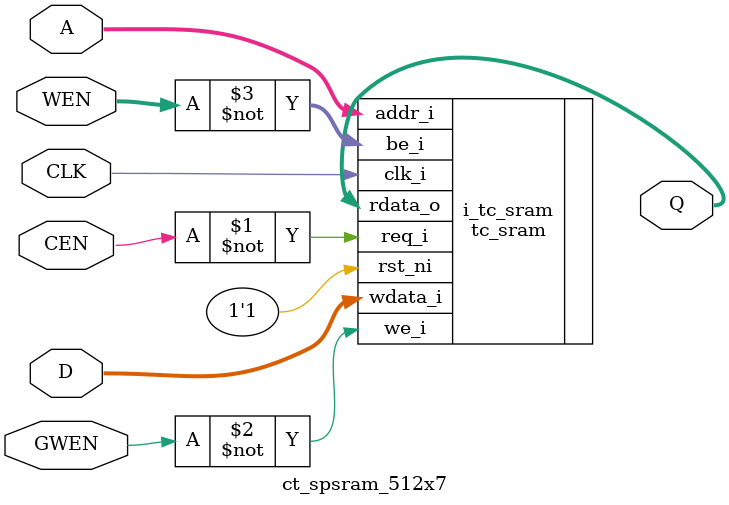
<source format=v>
/*Copyright 2019-2021 T-Head Semiconductor Co., Ltd.

Licensed under the Apache License, Version 2.0 (the "License");
you may not use this file except in compliance with the License.
You may obtain a copy of the License at

    http://www.apache.org/licenses/LICENSE-2.0

Unless required by applicable law or agreed to in writing, software
distributed under the License is distributed on an "AS IS" BASIS,
WITHOUT WARRANTIES OR CONDITIONS OF ANY KIND, either express or implied.
See the License for the specific language governing permissions and
limitations under the License.
*/

// &ModuleBeg; @22
module ct_spsram_512x7(
  A,
  CEN,
  CLK,
  D,
  GWEN,
  Q,
  WEN
);

// &Ports; @23
input   [8:0]  A;   
input          CEN; 
input          CLK; 
input   [6:0]  D;   
input          GWEN; 
input   [6:0]  WEN; 
output  [6:0]  Q;   

// &Regs; @24

// &Wires; @25
wire    [8:0]  A;   
wire           CEN; 
wire           CLK; 
wire    [6:0]  D;   
wire           GWEN; 
wire    [6:0]  Q;   
wire    [6:0]  WEN; 


//**********************************************************
//                  Parameter Definition
//**********************************************************
parameter ADDR_WIDTH = 9;
parameter DATA_WIDTH = 7;
parameter WE_WIDTH   = 7;

// &Force("bus","Q",DATA_WIDTH-1,0); @34
// &Force("bus","WEN",WE_WIDTH-1,0); @35
// &Force("bus","A",ADDR_WIDTH-1,0); @36
// &Force("bus","D",DATA_WIDTH-1,0); @37

  //********************************************************
  //*                        FPGA memory                   *
  //********************************************************
  //{WEN[6],WEN[5],WEN[4],WEN[3],WEN[2],WEN[1],WEN[0]}
//   &Instance("ct_f_spsram_512x7"); @44
tc_sram #(
  .NumWords   ( 1<<ADDR_WIDTH         ),
  .DataWidth  ( DATA_WIDTH            ),
  .ByteWidth  ( DATA_WIDTH/DATA_WIDTH ),
  .NumPorts   ( 32'd1 ),
  .Latency    ( 32'd1 ),
  .SimInit    ( "none"),
  .PrintSimCfg( 0     )
) i_tc_sram (
    .clk_i    ( CLK   ),
    .rst_ni   ( 1'b1  ),
    .req_i    ( ~CEN  ),
    .we_i     ( ~GWEN ),
    .be_i     ( ~WEN  ),
    .wdata_i  ( D     ),
    .addr_i   ( A     ),
    .rdata_o  ( Q     )
);

//   &Instance("ct_tsmc_spsram_512x7"); @50

// &ModuleEnd; @66
endmodule



</source>
